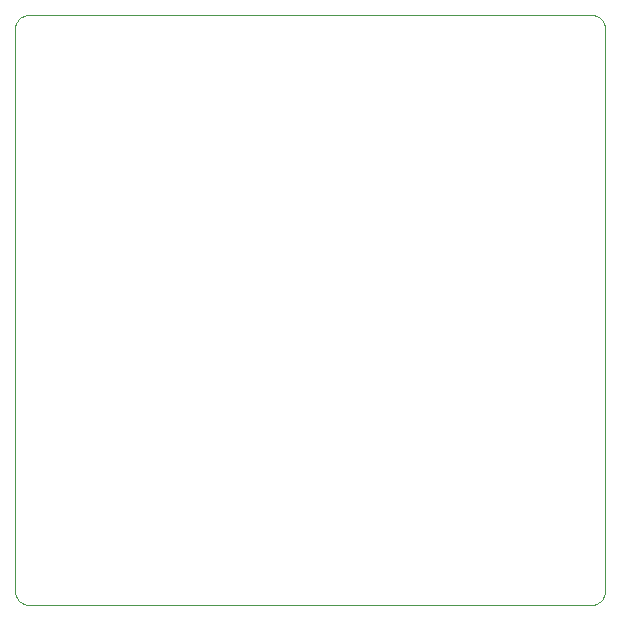
<source format=gbp>
G75*
G70*
%OFA0B0*%
%FSLAX24Y24*%
%IPPOS*%
%LPD*%
%AMOC8*
5,1,8,0,0,1.08239X$1,22.5*
%
%ADD10C,0.0004*%
D10*
X000611Y000363D02*
X009953Y000363D01*
X019296Y000363D01*
X019340Y000365D01*
X019383Y000371D01*
X019425Y000380D01*
X019467Y000393D01*
X019507Y000410D01*
X019546Y000430D01*
X019583Y000453D01*
X019617Y000480D01*
X019650Y000509D01*
X019679Y000542D01*
X019706Y000576D01*
X019729Y000613D01*
X019749Y000652D01*
X019766Y000692D01*
X019779Y000734D01*
X019788Y000776D01*
X019794Y000819D01*
X019796Y000863D01*
X019796Y010955D01*
X019796Y019548D01*
X019794Y019592D01*
X019788Y019635D01*
X019779Y019677D01*
X019766Y019719D01*
X019749Y019759D01*
X019729Y019798D01*
X019706Y019835D01*
X019679Y019869D01*
X019650Y019902D01*
X019617Y019931D01*
X019583Y019958D01*
X019546Y019981D01*
X019507Y020001D01*
X019467Y020018D01*
X019425Y020031D01*
X019383Y020040D01*
X019340Y020046D01*
X019296Y020048D01*
X009953Y020048D01*
X000611Y020048D01*
X000567Y020046D01*
X000524Y020040D01*
X000482Y020031D01*
X000440Y020018D01*
X000400Y020001D01*
X000361Y019981D01*
X000324Y019958D01*
X000290Y019931D01*
X000257Y019902D01*
X000228Y019869D01*
X000201Y019835D01*
X000178Y019798D01*
X000158Y019759D01*
X000141Y019719D01*
X000128Y019677D01*
X000119Y019635D01*
X000113Y019592D01*
X000111Y019548D01*
X000111Y010205D01*
X000111Y000863D01*
X000113Y000819D01*
X000119Y000776D01*
X000128Y000734D01*
X000141Y000692D01*
X000158Y000652D01*
X000178Y000613D01*
X000201Y000576D01*
X000228Y000542D01*
X000257Y000509D01*
X000290Y000480D01*
X000324Y000453D01*
X000361Y000430D01*
X000400Y000410D01*
X000440Y000393D01*
X000482Y000380D01*
X000524Y000371D01*
X000567Y000365D01*
X000611Y000363D01*
M02*

</source>
